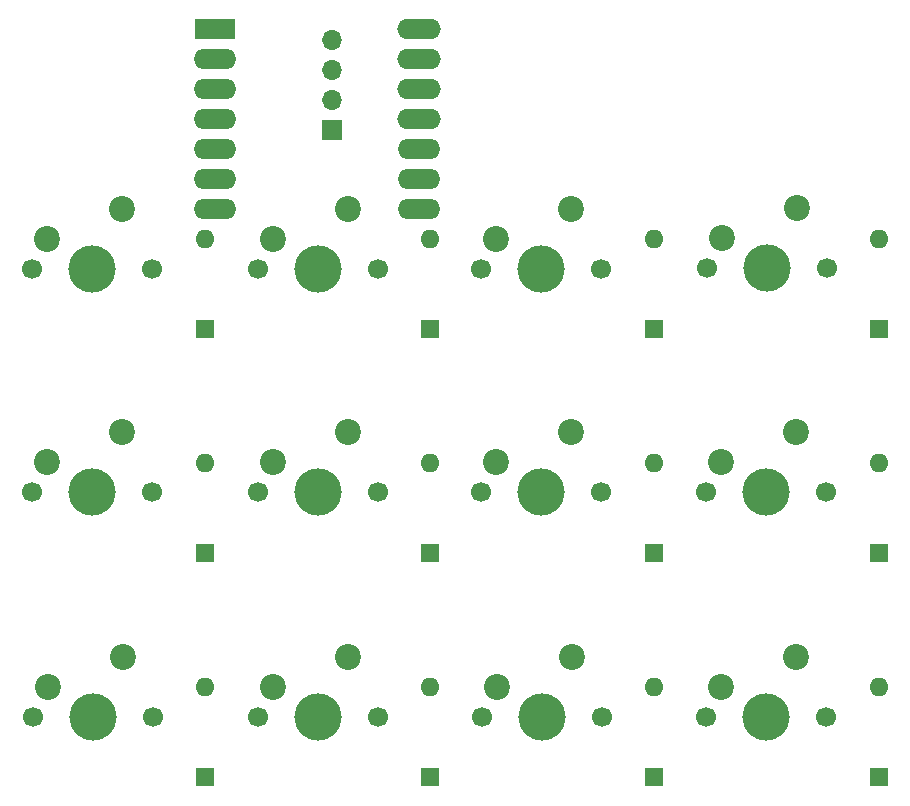
<source format=gbr>
%TF.GenerationSoftware,KiCad,Pcbnew,8.0.6*%
%TF.CreationDate,2024-10-21T19:55:21-04:00*%
%TF.ProjectId,pcb,7063622e-6b69-4636-9164-5f7063625858,rev?*%
%TF.SameCoordinates,Original*%
%TF.FileFunction,Soldermask,Top*%
%TF.FilePolarity,Negative*%
%FSLAX46Y46*%
G04 Gerber Fmt 4.6, Leading zero omitted, Abs format (unit mm)*
G04 Created by KiCad (PCBNEW 8.0.6) date 2024-10-21 19:55:21*
%MOMM*%
%LPD*%
G01*
G04 APERTURE LIST*
%ADD10O,1.600000X1.600000*%
%ADD11R,1.600000X1.600000*%
%ADD12C,2.200000*%
%ADD13C,1.700000*%
%ADD14C,4.000000*%
%ADD15O,1.700000X1.700000*%
%ADD16R,1.700000X1.700000*%
%ADD17O,3.700000X1.700000*%
%ADD18O,3.600000X1.700000*%
%ADD19R,3.500000X1.700000*%
G04 APERTURE END LIST*
D10*
%TO.C,D12*%
X172420000Y-96000000D03*
D11*
X172420000Y-103620000D03*
%TD*%
D10*
%TO.C,D10*%
X172420000Y-58000000D03*
D11*
X172420000Y-65620000D03*
%TD*%
D12*
%TO.C,SW10*%
X159190000Y-57960000D03*
X165540000Y-55420000D03*
D13*
X168080000Y-60500000D03*
D14*
X163000000Y-60500000D03*
D13*
X157920000Y-60500000D03*
%TD*%
D10*
%TO.C,D8*%
X153420000Y-77000000D03*
D11*
X153420000Y-84620000D03*
%TD*%
D12*
%TO.C,SW9*%
X140110000Y-95960000D03*
X146460000Y-93420000D03*
D13*
X149000000Y-98500000D03*
D14*
X143920000Y-98500000D03*
D13*
X138840000Y-98500000D03*
%TD*%
D10*
%TO.C,D9*%
X153420000Y-96000000D03*
D11*
X153420000Y-103620000D03*
%TD*%
D12*
%TO.C,SW2*%
X101980000Y-76960000D03*
X108330000Y-74420000D03*
D13*
X110870000Y-79500000D03*
D14*
X105790000Y-79500000D03*
D13*
X100710000Y-79500000D03*
%TD*%
D12*
%TO.C,SW4*%
X121110000Y-58040000D03*
X127460000Y-55500000D03*
D13*
X130000000Y-60580000D03*
D14*
X124920000Y-60580000D03*
D13*
X119840000Y-60580000D03*
%TD*%
D10*
%TO.C,D4*%
X134420000Y-58000000D03*
D11*
X134420000Y-65620000D03*
%TD*%
D10*
%TO.C,D5*%
X134420000Y-77000000D03*
D11*
X134420000Y-84620000D03*
%TD*%
D10*
%TO.C,D11*%
X172420000Y-77000000D03*
D11*
X172420000Y-84620000D03*
%TD*%
D12*
%TO.C,SW3*%
X102110000Y-95960000D03*
X108460000Y-93420000D03*
D13*
X111000000Y-98500000D03*
D14*
X105920000Y-98500000D03*
D13*
X100840000Y-98500000D03*
%TD*%
D15*
%TO.C,J1*%
X126100000Y-41180000D03*
X126100000Y-43720000D03*
X126100000Y-46260000D03*
D16*
X126100000Y-48800000D03*
%TD*%
D12*
%TO.C,SW5*%
X121110000Y-76960000D03*
X127460000Y-74420000D03*
D13*
X130000000Y-79500000D03*
D14*
X124920000Y-79500000D03*
D13*
X119840000Y-79500000D03*
%TD*%
D10*
%TO.C,D6*%
X134420000Y-96000000D03*
D11*
X134420000Y-103620000D03*
%TD*%
D10*
%TO.C,D7*%
X153420000Y-58000000D03*
D11*
X153420000Y-65620000D03*
%TD*%
D12*
%TO.C,SW6*%
X121110000Y-95960000D03*
X127460000Y-93420000D03*
D13*
X130000000Y-98500000D03*
D14*
X124920000Y-98500000D03*
D13*
X119840000Y-98500000D03*
%TD*%
D12*
%TO.C,SW8*%
X140030000Y-76960000D03*
X146380000Y-74420000D03*
D13*
X148920000Y-79500000D03*
D14*
X143840000Y-79500000D03*
D13*
X138760000Y-79500000D03*
%TD*%
D17*
%TO.C,U1*%
X133500000Y-40300000D03*
X133500000Y-42840000D03*
X133500000Y-45380000D03*
X133500000Y-47920000D03*
D18*
X133500000Y-50460000D03*
X133500000Y-53000000D03*
X133500000Y-55540000D03*
X116250000Y-55540000D03*
X116250000Y-53000000D03*
X116250000Y-50460000D03*
X116250000Y-47920000D03*
X116250000Y-45380000D03*
X116250000Y-42840000D03*
D19*
X116250000Y-40300000D03*
%TD*%
D12*
%TO.C,SW7*%
X140030000Y-58040000D03*
X146380000Y-55500000D03*
D13*
X148920000Y-60580000D03*
D14*
X143840000Y-60580000D03*
D13*
X138760000Y-60580000D03*
%TD*%
D10*
%TO.C,D1*%
X115420000Y-58000000D03*
D11*
X115420000Y-65620000D03*
%TD*%
D10*
%TO.C,D2*%
X115420000Y-77000000D03*
D11*
X115420000Y-84620000D03*
%TD*%
D10*
%TO.C,D3*%
X115420000Y-96000000D03*
D11*
X115420000Y-103620000D03*
%TD*%
D12*
%TO.C,SW12*%
X159110000Y-95960000D03*
X165460000Y-93420000D03*
D13*
X168000000Y-98500000D03*
D14*
X162920000Y-98500000D03*
D13*
X157840000Y-98500000D03*
%TD*%
D12*
%TO.C,SW11*%
X159030000Y-76960000D03*
X165380000Y-74420000D03*
D13*
X167920000Y-79500000D03*
D14*
X162840000Y-79500000D03*
D13*
X157760000Y-79500000D03*
%TD*%
D12*
%TO.C,SW1*%
X101980000Y-58040000D03*
X108330000Y-55500000D03*
D13*
X110870000Y-60580000D03*
D14*
X105790000Y-60580000D03*
D13*
X100710000Y-60580000D03*
%TD*%
M02*

</source>
